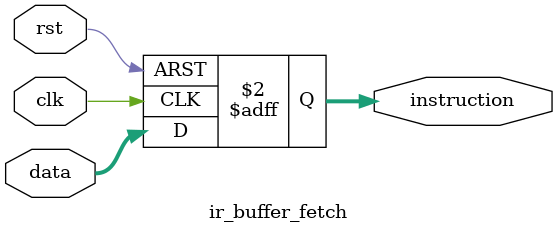
<source format=sv>
module ir_buffer_fetch (
    input logic clk,
    input logic rst,
    input logic [31:0] data,
    output logic [31:0] instruction
);

  always_ff @(posedge clk or posedge rst) begin
    if (rst) begin
      instruction <= 32'b0;
    end else begin
      instruction <= data;
    end
  end
endmodule

</source>
